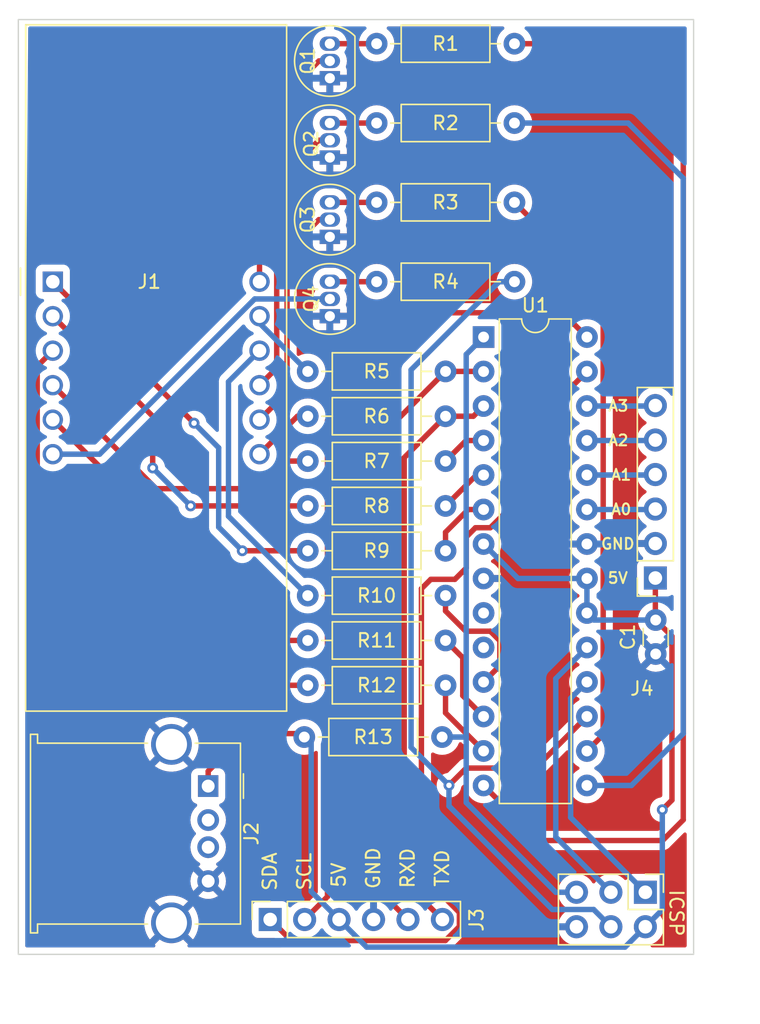
<source format=kicad_pcb>
(kicad_pcb (version 20211014) (generator pcbnew)
  (layers (0 "F.Cu" signal) (31 "B.Cu" signal) (34 "B.Paste" user) (35 "F.Paste" user) (36 "B.SilkS" user "B.Silkscreen") (37 "F.SilkS" user "F.Silkscreen") (38 "B.Mask" user) (39 "F.Mask" user) (44 "Edge.Cuts" user))
  (net 0 "")
  (net 1 "GND")
  (net 2 "+5V")
  (net 3 "7SEG-E")
  (net 4 "7SEG-D")
  (net 5 "7SEG-DP")
  (net 6 "7SEG-C")
  (net 7 "7SEG-G")
  (net 8 "7SEG-D4")
  (net 9 "7SEG-B")
  (net 10 "7SEG-D3")
  (net 11 "7SEG-D2")
  (net 12 "7SEG-F")
  (net 13 "7SEG-A")
  (net 14 "7SEG-D1")
  (net 17 "SDA")
  (net 18 "SCK")
  (net 19 "RXD")
  (net 20 "TXD")
  (net 21 "AD0")
  (net 22 "MISO")
  (net 23 "MOSI")
  (net 24 "RST")
  (net 25 "Net-(Q1-Pad3)")
  (net 26 "Net-(Q2-Pad3)")
  (net 27 "Net-(Q3-Pad3)")
  (net 28 "Net-(Q4-Pad3)")
  (net 29 "Net-(R1-Pad1)")
  (net 30 "Net-(R2-Pad1)")
  (net 31 "Net-(R3-Pad1)")
  (net 32 "Net-(R7-Pad1)")
  (net 33 "Net-(R8-Pad1)")
  (net 34 "Net-(R9-Pad1)")
  (net 35 "Net-(R10-Pad1)")
  (net 36 "Net-(R11-Pad1)")
  (net 37 "Net-(R12-Pad1)")
  (net 40 "SCL")
  (net 41 "AD1")
  (net 42 "AD2")
  (net 43 "AD3")
  (footprint "Resistor_THT:R_Axial_DIN0207_L6.3mm_D2.5mm_P10.16mm_Horizontal" (layer "F.Cu") (at 65.278 78.232 180)
    (fp_text reference "R13" (at 5.08 0) (layer "F.SilkS"))
    (fp_text value "10k")
    (fp_line (start 9.12 0) (end 8.35 0) (layer "F.SilkS") (width 0.12))
    (fp_line (start 8.35 -1.37) (end 1.81 -1.37) (layer "F.SilkS") (width 0.12))
    (fp_line (start 1.81 1.37) (end 8.35 1.37) (layer "F.SilkS") (width 0.12))
    (fp_line (start 8.35 1.37) (end 8.35 -1.37) (layer "F.SilkS") (width 0.12))
    (fp_line (start 1.81 -1.37) (end 1.81 1.37) (layer "F.SilkS") (width 0.12))
    (fp_line (start 1.04 0) (end 1.81 0) (layer "F.SilkS") (width 0.12))
    (pad "1" thru_hole circle (at 0 0 180) (size 1.6 1.6) (drill 0.8) (layers *.Cu *.Mask) (net 24 "RST"))
    (pad "2" thru_hole oval (at 10.16 0 180) (size 1.6 1.6) (drill 0.8) (layers *.Cu *.Mask) (net 2 "+5V"))
  )
  (footprint "Resistor_THT:R_Axial_DIN0207_L6.3mm_D2.5mm_P10.16mm_Horizontal" (layer "F.Cu") (at 65.532 54.61 180)
    (fp_text reference "R6" (at 5.08 0) (layer "F.SilkS"))
    (fp_text value "10k")
    (fp_line (start 8.35 -1.37) (end 1.81 -1.37) (layer "F.SilkS") (width 0.12))
    (fp_line (start 8.35 1.37) (end 8.35 -1.37) (layer "F.SilkS") (width 0.12))
    (fp_line (start 1.81 -1.37) (end 1.81 1.37) (layer "F.SilkS") (width 0.12))
    (fp_line (start 1.81 1.37) (end 8.35 1.37) (layer "F.SilkS") (width 0.12))
    (fp_line (start 9.12 0) (end 8.35 0) (layer "F.SilkS") (width 0.12))
    (fp_line (start 1.04 0) (end 1.81 0) (layer "F.SilkS") (width 0.12))
    (pad "1" thru_hole circle (at 0 0 180) (size 1.6 1.6) (drill 0.8) (layers *.Cu *.Mask) (net 20 "TXD"))
    (pad "2" thru_hole oval (at 10.16 0 180) (size 1.6 1.6) (drill 0.8) (layers *.Cu *.Mask) (net 9 "7SEG-B"))
  )
  (footprint "Package_TO_SOT_THT:TO-92_Inline" (layer "F.Cu") (at 57.002 29.718 90)
    (fp_text reference "Q1" (at 1.27 -1.63 90) (layer "F.SilkS"))
    (fp_text value "2SC1815")
    (fp_line (start -0.53 1.85) (end 3.07 1.85) (layer "F.SilkS") (width 0.12))
    (fp_arc (start 1.27 -2.6) (mid 3.672087 -0.994977) (end 3.108478 1.838478) (layer "F.SilkS") (width 0.12))
    (fp_arc (start -0.568478 1.838478) (mid -1.132087 -0.994977) (end 1.27 -2.6) (layer "F.SilkS") (width 0.12))
    (pad "1" thru_hole rect (at 0 0 90) (size 1.05 1.5) (drill 0.75) (layers *.Cu *.Mask) (net 1 "GND"))
    (pad "2" thru_hole oval (at 1.27 0 90) (size 1.05 1.5) (drill 0.75) (layers *.Cu *.Mask) (net 14 "7SEG-D1"))
    (pad "3" thru_hole oval (at 2.54 0 90) (size 1.05 1.5) (drill 0.75) (layers *.Cu *.Mask) (net 25 "Net-(Q1-Pad3)"))
  )
  (footprint "Resistor_THT:R_Axial_DIN0207_L6.3mm_D2.5mm_P10.16mm_Horizontal" (layer "F.Cu") (at 65.532 57.912 180)
    (fp_text reference "R7" (at 5.08 0) (layer "F.SilkS"))
    (fp_text value "10k")
    (fp_line (start 8.35 -1.37) (end 1.81 -1.37) (layer "F.SilkS") (width 0.12))
    (fp_line (start 1.81 1.37) (end 8.35 1.37) (layer "F.SilkS") (width 0.12))
    (fp_line (start 1.81 -1.37) (end 1.81 1.37) (layer "F.SilkS") (width 0.12))
    (fp_line (start 8.35 1.37) (end 8.35 -1.37) (layer "F.SilkS") (width 0.12))
    (fp_line (start 9.12 0) (end 8.35 0) (layer "F.SilkS") (width 0.12))
    (fp_line (start 1.04 0) (end 1.81 0) (layer "F.SilkS") (width 0.12))
    (pad "1" thru_hole circle (at 0 0 180) (size 1.6 1.6) (drill 0.8) (layers *.Cu *.Mask) (net 32 "Net-(R7-Pad1)"))
    (pad "2" thru_hole oval (at 10.16 0 180) (size 1.6 1.6) (drill 0.8) (layers *.Cu *.Mask) (net 6 "7SEG-C"))
  )
  (footprint "Package_TO_SOT_THT:TO-92_Inline" (layer "F.Cu") (at 57.002 41.402 90)
    (fp_text reference "Q3" (at 1.27 -1.63 90) (layer "F.SilkS"))
    (fp_text value "2SC1815")
    (fp_line (start -0.53 1.85) (end 3.07 1.85) (layer "F.SilkS") (width 0.12))
    (fp_arc (start -0.568478 1.838478) (mid -1.132087 -0.994977) (end 1.27 -2.6) (layer "F.SilkS") (width 0.12))
    (fp_arc (start 1.27 -2.6) (mid 3.672087 -0.994977) (end 3.108478 1.838478) (layer "F.SilkS") (width 0.12))
    (pad "1" thru_hole rect (at 0 0 90) (size 1.05 1.5) (drill 0.75) (layers *.Cu *.Mask) (net 1 "GND"))
    (pad "2" thru_hole oval (at 1.27 0 90) (size 1.05 1.5) (drill 0.75) (layers *.Cu *.Mask) (net 10 "7SEG-D3"))
    (pad "3" thru_hole oval (at 2.54 0 90) (size 1.05 1.5) (drill 0.75) (layers *.Cu *.Mask) (net 27 "Net-(Q3-Pad3)"))
  )
  (footprint "Resistor_THT:R_Axial_DIN0207_L6.3mm_D2.5mm_P10.16mm_Horizontal" (layer "F.Cu") (at 65.532 61.214 180)
    (fp_text reference "R8" (at 5.08 0) (layer "F.SilkS"))
    (fp_text value "10k")
    (fp_line (start 8.35 -1.37) (end 1.81 -1.37) (layer "F.SilkS") (width 0.12))
    (fp_line (start 1.81 -1.37) (end 1.81 1.37) (layer "F.SilkS") (width 0.12))
    (fp_line (start 1.04 0) (end 1.81 0) (layer "F.SilkS") (width 0.12))
    (fp_line (start 9.12 0) (end 8.35 0) (layer "F.SilkS") (width 0.12))
    (fp_line (start 8.35 1.37) (end 8.35 -1.37) (layer "F.SilkS") (width 0.12))
    (fp_line (start 1.81 1.37) (end 8.35 1.37) (layer "F.SilkS") (width 0.12))
    (pad "1" thru_hole circle (at 0 0 180) (size 1.6 1.6) (drill 0.8) (layers *.Cu *.Mask) (net 33 "Net-(R8-Pad1)"))
    (pad "2" thru_hole oval (at 10.16 0 180) (size 1.6 1.6) (drill 0.8) (layers *.Cu *.Mask) (net 4 "7SEG-D"))
  )
  (footprint "Resistor_THT:R_Axial_DIN0207_L6.3mm_D2.5mm_P10.16mm_Horizontal" (layer "F.Cu") (at 65.532 64.516 180)
    (fp_text reference "R9" (at 5.08 0) (layer "F.SilkS"))
    (fp_text value "10k")
    (fp_line (start 8.35 1.37) (end 8.35 -1.37) (layer "F.SilkS") (width 0.12))
    (fp_line (start 8.35 -1.37) (end 1.81 -1.37) (layer "F.SilkS") (width 0.12))
    (fp_line (start 9.12 0) (end 8.35 0) (layer "F.SilkS") (width 0.12))
    (fp_line (start 1.81 -1.37) (end 1.81 1.37) (layer "F.SilkS") (width 0.12))
    (fp_line (start 1.04 0) (end 1.81 0) (layer "F.SilkS") (width 0.12))
    (fp_line (start 1.81 1.37) (end 8.35 1.37) (layer "F.SilkS") (width 0.12))
    (pad "1" thru_hole circle (at 0 0 180) (size 1.6 1.6) (drill 0.8) (layers *.Cu *.Mask) (net 34 "Net-(R9-Pad1)"))
    (pad "2" thru_hole oval (at 10.16 0 180) (size 1.6 1.6) (drill 0.8) (layers *.Cu *.Mask) (net 3 "7SEG-E"))
  )
  (footprint "Resistor_THT:R_Axial_DIN0207_L6.3mm_D2.5mm_P10.16mm_Horizontal" (layer "F.Cu") (at 70.612 38.862 180)
    (fp_text reference "R3" (at 5.08 0) (layer "F.SilkS"))
    (fp_text value "10k")
    (fp_line (start 1.81 1.37) (end 8.35 1.37) (layer "F.SilkS") (width 0.12))
    (fp_line (start 9.12 0) (end 8.35 0) (layer "F.SilkS") (width 0.12))
    (fp_line (start 8.35 1.37) (end 8.35 -1.37) (layer "F.SilkS") (width 0.12))
    (fp_line (start 1.81 -1.37) (end 1.81 1.37) (layer "F.SilkS") (width 0.12))
    (fp_line (start 8.35 -1.37) (end 1.81 -1.37) (layer "F.SilkS") (width 0.12))
    (fp_line (start 1.04 0) (end 1.81 0) (layer "F.SilkS") (width 0.12))
    (pad "1" thru_hole circle (at 0 0 180) (size 1.6 1.6) (drill 0.8) (layers *.Cu *.Mask) (net 31 "Net-(R3-Pad1)"))
    (pad "2" thru_hole oval (at 10.16 0 180) (size 1.6 1.6) (drill 0.8) (layers *.Cu *.Mask) (net 27 "Net-(Q3-Pad3)"))
  )
  (footprint "Resistor_THT:R_Axial_DIN0207_L6.3mm_D2.5mm_P10.16mm_Horizontal" (layer "F.Cu") (at 65.532 67.818 180)
    (fp_text reference "R10" (at 5.08 0) (layer "F.SilkS"))
    (fp_text value "10k")
    (fp_line (start 8.35 1.37) (end 8.35 -1.37) (layer "F.SilkS") (width 0.12))
    (fp_line (start 8.35 -1.37) (end 1.81 -1.37) (layer "F.SilkS") (width 0.12))
    (fp_line (start 9.12 0) (end 8.35 0) (layer "F.SilkS") (width 0.12))
    (fp_line (start 1.81 1.37) (end 8.35 1.37) (layer "F.SilkS") (width 0.12))
    (fp_line (start 1.04 0) (end 1.81 0) (layer "F.SilkS") (width 0.12))
    (fp_line (start 1.81 -1.37) (end 1.81 1.37) (layer "F.SilkS") (width 0.12))
    (pad "1" thru_hole circle (at 0 0 180) (size 1.6 1.6) (drill 0.8) (layers *.Cu *.Mask) (net 35 "Net-(R10-Pad1)"))
    (pad "2" thru_hole oval (at 10.16 0 180) (size 1.6 1.6) (drill 0.8) (layers *.Cu *.Mask) (net 12 "7SEG-F"))
  )
  (footprint "Package_TO_SOT_THT:TO-92_Inline" (layer "F.Cu") (at 57.002 47.244 90)
    (fp_text reference "Q4" (at 1.27 -1.376 90) (layer "F.SilkS"))
    (fp_text value "2SC1815")
    (fp_line (start -0.53 1.85) (end 3.07 1.85) (layer "F.SilkS") (width 0.12))
    (fp_arc (start 1.27 -2.6) (mid 3.672087 -0.994977) (end 3.108478 1.838478) (layer "F.SilkS") (width 0.12))
    (fp_arc (start -0.568478 1.838478) (mid -1.132087 -0.994977) (end 1.27 -2.6) (layer "F.SilkS") (width 0.12))
    (pad "1" thru_hole rect (at 0 0 90) (size 1.05 1.5) (drill 0.75) (layers *.Cu *.Mask) (net 1 "GND"))
    (pad "2" thru_hole oval (at 1.27 0 90) (size 1.05 1.5) (drill 0.75) (layers *.Cu *.Mask) (net 8 "7SEG-D4"))
    (pad "3" thru_hole oval (at 2.54 0 90) (size 1.05 1.5) (drill 0.75) (layers *.Cu *.Mask) (net 28 "Net-(Q4-Pad3)"))
  )
  (footprint "Package_DIP:DIP-28_W7.62mm" (layer "F.Cu") (at 68.336 48.778)
    (fp_text reference "U1" (at 3.81 -2.33) (layer "F.SilkS"))
    (fp_text value "ATmega328P-P")
    (fp_line (start 1.16 -1.33) (end 1.16 34.35) (layer "F.SilkS") (width 0.12))
    (fp_line (start 6.46 34.35) (end 6.46 -1.33) (layer "F.SilkS") (width 0.12))
    (fp_line (start 6.46 -1.33) (end 4.81 -1.33) (layer "F.SilkS") (width 0.12))
    (fp_line (start 1.16 34.35) (end 6.46 34.35) (layer "F.SilkS") (width 0.12))
    (fp_line (start 2.81 -1.33) (end 1.16 -1.33) (layer "F.SilkS") (width 0.12))
    (fp_arc (start 4.81 -1.33) (mid 3.81 -0.33) (end 2.81 -1.33) (layer "F.SilkS") (width 0.12))
    (pad "1" thru_hole rect (at 0 0) (size 1.6 1.6) (drill 0.8) (layers *.Cu *.Mask) (net 24 "RST"))
    (pad "2" thru_hole oval (at 0 2.54) (size 1.6 1.6) (drill 0.8) (layers *.Cu *.Mask) (net 19 "RXD"))
    (pad "3" thru_hole oval (at 0 5.08) (size 1.6 1.6) (drill 0.8) (layers *.Cu *.Mask) (net 20 "TXD"))
    (pad "4" thru_hole oval (at 0 7.62) (size 1.6 1.6) (drill 0.8) (layers *.Cu *.Mask) (net 32 "Net-(R7-Pad1)"))
    (pad "5" thru_hole oval (at 0 10.16) (size 1.6 1.6) (drill 0.8) (layers *.Cu *.Mask) (net 33 "Net-(R8-Pad1)"))
    (pad "6" thru_hole oval (at 0 12.7) (size 1.6 1.6) (drill 0.8) (layers *.Cu *.Mask) (net 34 "Net-(R9-Pad1)"))
    (pad "7" thru_hole oval (at 0 15.24) (size 1.6 1.6) (drill 0.8) (layers *.Cu *.Mask) (net 2 "+5V"))
    (pad "8" thru_hole oval (at 0 17.78) (size 1.6 1.6) (drill 0.8) (layers *.Cu *.Mask) (net 1 "GND"))
    (pad "9" thru_hole oval (at 0 20.32) (size 1.6 1.6) (drill 0.8) (layers *.Cu *.Mask))
    (pad "10" thru_hole oval (at 0 22.86) (size 1.6 1.6) (drill 0.8) (layers *.Cu *.Mask))
    (pad "11" thru_hole oval (at 0 25.4) (size 1.6 1.6) (drill 0.8) (layers *.Cu *.Mask) (net 35 "Net-(R10-Pad1)"))
    (pad "12" thru_hole oval (at 0 27.94) (size 1.6 1.6) (drill 0.8) (layers *.Cu *.Mask) (net 36 "Net-(R11-Pad1)"))
    (pad "13" thru_hole oval (at 0 30.48) (size 1.6 1.6) (drill 0.8) (layers *.Cu *.Mask) (net 37 "Net-(R12-Pad1)"))
    (pad "14" thru_hole oval (at 0 33.02) (size 1.6 1.6) (drill 0.8) (layers *.Cu *.Mask) (net 29 "Net-(R1-Pad1)"))
    (pad "15" thru_hole oval (at 7.62 33.02) (size 1.6 1.6) (drill 0.8) (layers *.Cu *.Mask) (net 30 "Net-(R2-Pad1)"))
    (pad "16" thru_hole oval (at 7.62 30.48) (size 1.6 1.6) (drill 0.8) (layers *.Cu *.Mask) (net 31 "Net-(R3-Pad1)"))
    (pad "17" thru_hole oval (at 7.62 27.94) (size 1.6 1.6) (drill 0.8) (layers *.Cu *.Mask) (net 23 "MOSI"))
    (pad "18" thru_hole oval (at 7.62 25.4) (size 1.6 1.6) (drill 0.8) (layers *.Cu *.Mask) (net 22 "MISO"))
    (pad "19" thru_hole oval (at 7.62 22.86) (size 1.6 1.6) (drill 0.8) (layers *.Cu *.Mask) (net 18 "SCK"))
    (pad "20" thru_hole oval (at 7.62 20.32) (size 1.6 1.6) (drill 0.8) (layers *.Cu *.Mask) (net 2 "+5V"))
    (pad "21" thru_hole oval (at 7.62 17.78) (size 1.6 1.6) (drill 0.8) (layers *.Cu *.Mask) (net 2 "+5V"))
    (pad "22" thru_hole oval (at 7.62 15.24) (size 1.6 1.6) (drill 0.8) (layers *.Cu *.Mask) (net 1 "GND"))
    (pad "23" thru_hole oval (at 7.62 12.7) (size 1.6 1.6) (drill 0.8) (layers *.Cu *.Mask) (net 21 "AD0"))
    (pad "24" thru_hole oval (at 7.62 10.16) (size 1.6 1.6) (drill 0.8) (layers *.Cu *.Mask) (net 41 "AD1"))
    (pad "25" thru_hole oval (at 7.62 7.62) (size 1.6 1.6) (drill 0.8) (layers *.Cu *.Mask) (net 42 "AD2"))
    (pad "26" thru_hole oval (at 7.62 5.08) (size 1.6 1.6) (drill 0.8) (layers *.Cu *.Mask) (net 43 "AD3"))
    (pad "27" thru_hole oval (at 7.62 2.54) (size 1.6 1.6) (drill 0.8) (layers *.Cu *.Mask) (net 17 "SDA"))
    (pad "28" thru_hole oval (at 7.62 0) (size 1.6 1.6) (drill 0.8) (layers *.Cu *.Mask) (net 40 "SCL"))
  )
  (footprint "Resistor_THT:R_Axial_DIN0207_L6.3mm_D2.5mm_P10.16mm_Horizontal" (layer "F.Cu") (at 70.612 44.704 180)
    (fp_text reference "R4" (at 5.08 0) (layer "F.SilkS"))
    (fp_text value "10k")
    (fp_line (start 1.81 -1.37) (end 1.81 1.37) (layer "F.SilkS") (width 0.12))
    (fp_line (start 8.35 1.37) (end 8.35 -1.37) (layer "F.SilkS") (width 0.12))
    (fp_line (start 9.12 0) (end 8.35 0) (layer "F.SilkS") (width 0.12))
    (fp_line (start 8.35 -1.37) (end 1.81 -1.37) (layer "F.SilkS") (width 0.12))
    (fp_line (start 1.81 1.37) (end 8.35 1.37) (layer "F.SilkS") (width 0.12))
    (fp_line (start 1.04 0) (end 1.81 0) (layer "F.SilkS") (width 0.12))
    (pad "1" thru_hole circle (at 0 0 180) (size 1.6 1.6) (drill 0.8) (layers *.Cu *.Mask) (net 23 "MOSI"))
    (pad "2" thru_hole oval (at 10.16 0 180) (size 1.6 1.6) (drill 0.8) (layers *.Cu *.Mask) (net 28 "Net-(Q4-Pad3)"))
  )
  (footprint "Package_TO_SOT_THT:TO-92_Inline" (layer "F.Cu") (at 57.002 35.56 90)
    (fp_text reference "Q2" (at 1.016 -1.376 90) (layer "F.SilkS"))
    (fp_text value "2SC1815")
    (fp_line (start -0.53 1.85) (end 3.07 1.85) (layer "F.SilkS") (width 0.12))
    (fp_arc (start -0.568478 1.838478) (mid -1.132087 -0.994977) (end 1.27 -2.6) (layer "F.SilkS") (width 0.12))
    (fp_arc (start 1.27 -2.6) (mid 3.672087 -0.994977) (end 3.108478 1.838478) (layer "F.SilkS") (width 0.12))
    (pad "1" thru_hole rect (at 0 0 90) (size 1.05 1.5) (drill 0.75) (layers *.Cu *.Mask) (net 1 "GND"))
    (pad "2" thru_hole oval (at 1.27 0 90) (size 1.05 1.5) (drill 0.75) (layers *.Cu *.Mask) (net 11 "7SEG-D2"))
    (pad "3" thru_hole oval (at 2.54 0 90) (size 1.05 1.5) (drill 0.75) (layers *.Cu *.Mask) (net 26 "Net-(Q2-Pad3)"))
  )
  (footprint "Resistor_THT:R_Axial_DIN0207_L6.3mm_D2.5mm_P10.16mm_Horizontal" (layer "F.Cu") (at 65.532 51.308 180)
    (fp_text reference "R5" (at 5.08 0) (layer "F.SilkS"))
    (fp_text value "10k")
    (fp_line (start 1.81 -1.37) (end 1.81 1.37) (layer "F.SilkS") (width 0.12))
    (fp_line (start 8.35 -1.37) (end 1.81 -1.37) (layer "F.SilkS") (width 0.12))
    (fp_line (start 8.35 1.37) (end 8.35 -1.37) (layer "F.SilkS") (width 0.12))
    (fp_line (start 9.12 0) (end 8.35 0) (layer "F.SilkS") (width 0.12))
    (fp_line (start 1.81 1.37) (end 8.35 1.37) (layer "F.SilkS") (width 0.12))
    (fp_line (start 1.04 0) (end 1.81 0) (layer "F.SilkS") (width 0.12))
    (pad "1" thru_hole circle (at 0 0 180) (size 1.6 1.6) (drill 0.8) (layers *.Cu *.Mask) (net 19 "RXD"))
    (pad "2" thru_hole oval (at 10.16 0 180) (size 1.6 1.6) (drill 0.8) (layers *.Cu *.Mask) (net 13 "7SEG-A"))
  )
  (footprint "Connector_PinHeader_2.54mm:PinHeader_2x03_P2.54mm_Vertical" (layer "F.Cu") (at 80.264 89.662 -90)
    (fp_text reference "J5" hide)
    (fp_text value "ICSP")
    (fp_line (start -1.33 1.27) (end 1.27 1.27) (layer "F.SilkS") (width 0.12))
    (fp_line (start -1.33 1.27) (end -1.33 6.41) (layer "F.SilkS") (width 0.12))
    (fp_line (start 3.87 -1.33) (end 3.87 6.41) (layer "F.SilkS") (width 0.12))
    (fp_line (start -1.33 6.41) (end 3.87 6.41) (layer "F.SilkS") (width 0.12))
    (fp_line (start -1.33 0) (end -1.33 -1.33) (layer "F.SilkS") (width 0.12))
    (fp_line (start 1.27 -1.33) (end 3.87 -1.33) (layer "F.SilkS") (width 0.12))
    (fp_line (start -1.33 -1.33) (end 0 -1.33) (layer "F.SilkS") (width 0.12))
    (fp_line (start 1.27 1.27) (end 1.27 -1.33) (layer "F.SilkS") (width 0.12))
    (pad "1" thru_hole rect (at 0 0 270) (size 1.7 1.7) (drill 1) (layers *.Cu *.Mask) (net 22 "MISO"))
    (pad "2" thru_hole oval (at 2.54 0 270) (size 1.7 1.7) (drill 1) (layers *.Cu *.Mask) (net 2 "+5V"))
    (pad "3" thru_hole oval (at 0 2.54 270) (size 1.7 1.7) (drill 1) (layers *.Cu *.Mask) (net 18 "SCK"))
    (pad "4" thru_hole oval (at 2.54 2.54 270) (size 1.7 1.7) (drill 1) (layers *.Cu *.Mask) (net 23 "MOSI"))
    (pad "5" thru_hole oval (at 0 5.08 270) (size 1.7 1.7) (drill 1) (layers *.Cu *.Mask) (net 24 "RST"))
    (pad "6" thru_hole oval (at 2.54 5.08 270) (size 1.7 1.7) (drill 1) (layers *.Cu *.Mask) (net 1 "GND"))
  )
  (footprint "Connector_PinSocket_2.54mm:PinSocket_1x06_P2.54mm_Vertical" (layer "F.Cu") (at 52.603 91.669 90)
    (fp_text reference "J3" (at -0.025 15.215 90) (layer "F.SilkS"))
    (fp_text value "Conn_01x06_Female")
    (fp_line (start -1.33 1.27) (end -1.33 14.03) (layer "F.SilkS") (width 0.12))
    (fp_line (start -1.33 14.03) (end 1.33 14.03) (layer "F.SilkS") (width 0.12))
    (fp_line (start 0 -1.33) (end 1.33 -1.33) (layer "F.SilkS") (width 0.12))
    (fp_line (start 1.33 -1.33) (end 1.33 0) (layer "F.SilkS") (width 0.12))
    (fp_line (start 1.33 1.27) (end 1.33 14.03) (layer "F.SilkS") (width 0.12))
    (fp_line (start -1.33 1.27) (end 1.33 1.27) (layer "F.SilkS") (width 0.12))
    (pad "1" thru_hole rect (at 0 0 90) (size 1.7 1.7) (drill 1) (layers *.Cu *.Mask) (net 17 "SDA"))
    (pad "2" thru_hole oval (at 0 2.54 90) (size 1.7 1.7) (drill 1) (layers *.Cu *.Mask) (net 40 "SCL"))
    (pad "3" thru_hole oval (at 0 5.08 90) (size 1.7 1.7) (drill 1) (layers *.Cu *.Mask) (net 2 "+5V"))
    (pad "4" thru_hole oval (at 0 7.62 90) (size 1.7 1.7) (drill 1) (layers *.Cu *.Mask) (net 1 "GND"))
    (pad "5" thru_hole oval (at 0 10.16 90) (size 1.7 1.7) (drill 1) (layers *.Cu *.Mask) (net 19 "RXD"))
    (pad "6" thru_hole oval (at 0 12.7 90) (size 1.7 1.7) (drill 1) (layers *.Cu *.Mask) (net 20 "TXD"))
  )
  (footprint "Connector_USB:USB_A_Molex_67643_Horizontal" (layer "F.Cu") (at 48.032 81.844 -90)
    (fp_text reference "J2" (at 3.5 -3.19 90) (layer "F.SilkS"))
    (fp_text value "USB_A")
    (fp_line (start 10.81 13.1) (end 10.81 12.58) (layer "F.SilkS") (width 0.12))
    (fp_line (start -3.81 13.1) (end 10.81 13.1) (layer "F.SilkS") (width 0.12))
    (fp_line (start 10.16 4.47) (end 10.16 12.58) (layer "F.SilkS") (width 0.12))
    (fp_line (start 10.16 -2.38) (end 10.16 0.95) (layer "F.SilkS") (width 0.12))
    (fp_line (start -3.81 12.58) (end -3.81 13.1) (layer "F.SilkS") (width 0.12))
    (fp_line (start -3.16 -2.38) (end -3.16 0.95) (layer "F.SilkS") (width 0.12))
    (fp_line (start -3.16 12.58) (end -3.16 4.47) (layer "F.SilkS") (width 0.12))
    (fp_line (start -3.16 -2.38) (end 10.16 -2.38) (layer "F.SilkS") (width 0.12))
    (fp_line (start 10.81 12.58) (end 10.16 12.58) (layer "F.SilkS") (width 0.12))
    (fp_line (start -0.9 -2.6) (end 0.9 -2.6) (layer "F.SilkS") (width 0.12))
    (fp_line (start -3.16 12.58) (end -3.81 12.58) (layer "F.SilkS") (width 0.12))
    (pad "1" thru_hole rect (at 0 0 270) (size 1.6 1.5) (drill 0.95) (layers *.Cu *.Mask) (net 2 "+5V"))
    (pad "2" thru_hole circle (at 2.5 0 270) (size 1.6 1.6) (drill 0.95) (layers *.Cu *.Mask))
    (pad "3" thru_hole circle (at 4.5 0 270) (size 1.6 1.6) (drill 0.95) (layers *.Cu *.Mask))
    (pad "4" thru_hole circle (at 7 0 270) (size 1.6 1.6) (drill 0.95) (layers *.Cu *.Mask) (net 1 "GND"))
    (pad "5" thru_hole circle (at 10.07 2.71 270) (size 3 3) (drill 2.3) (layers *.Cu *.Mask) (net 1 "GND"))
    (pad "5" thru_hole circle (at -3.07 2.71 270) (size 3 3) (drill 2.3) (layers *.Cu *.Mask) (net 1 "GND"))
  )
  (footprint "Connector_PinSocket_2.54mm:PinSocket_1x06_P2.54mm_Vertical" (layer "F.Cu") (at 81.001 66.523 180)
    (fp_text reference "J4" (at 0.991 -8.143 180) (layer "F.SilkS"))
    (fp_text value "Conn_01x06_Female")
    (fp_line (start -1.33 14.03) (end 1.33 14.03) (layer "F.SilkS") (width 0.12))
    (fp_line (start 1.33 -1.33) (end 1.33 0) (layer "F.SilkS") (width 0.12))
    (fp_line (start 1.33 1.27) (end 1.33 14.03) (layer "F.SilkS") (width 0.12))
    (fp_line (start 0 -1.33) (end 1.33 -1.33) (layer "F.SilkS") (width 0.12))
    (fp_line (start -1.33 1.27) (end -1.33 14.03) (layer "F.SilkS") (width 0.12))
    (fp_line (start -1.33 1.27) (end 1.33 1.27) (layer "F.SilkS") (width 0.12))
    (pad "1" thru_hole rect (at 0 0 180) (size 1.7 1.7) (drill 1) (layers *.Cu *.Mask) (net 2 "+5V"))
    (pad "2" thru_hole oval (at 0 2.54 180) (size 1.7 1.7) (drill 1) (layers *.Cu *.Mask) (net 1 "GND"))
    (pad "3" thru_hole oval (at 0 5.08 180) (size 1.7 1.7) (drill 1) (layers *.Cu *.Mask) (net 21 "AD0"))
    (pad "4" thru_hole oval (at 0 7.62 180) (size 1.7 1.7) (drill 1) (layers *.Cu *.Mask) (net 41 "AD1"))
    (pad "5" thru_hole oval (at 0 10.16 180) (size 1.7 1.7) (drill 1) (layers *.Cu *.Mask) (net 42 "AD2"))
    (pad "6" thru_hole oval (at 0 12.7 180) (size 1.7 1.7) (drill 1) (layers *.Cu *.Mask) (net 43 "AD3"))
  )
  (footprint "Resistor_THT:R_Axial_DIN0207_L6.3mm_D2.5mm_P10.16mm_Horizontal" (layer "F.Cu") (at 65.532 74.422 180)
    (fp_text reference "R12" (at 5.08 0) (layer "F.SilkS"))
    (fp_text value "10k")
    (fp_line (start 9.12 0) (end 8.35 0) (layer "F.SilkS") (width 0.12))
    (fp_line (start 8.35 1.37) (end 8.35 -1.37) (layer "F.SilkS") (width 0.12))
    (fp_line (start 1.81 -1.37) (end 1.81 1.37) (layer "F.SilkS") (width 0.12))
    (fp_line (start 8.35 -1.37) (end 1.81 -1.37) (layer "F.SilkS") (width 0.12))
    (fp_line (start 1.81 1.37) (end 8.35 1.37) (layer "F.SilkS") (width 0.12))
    (fp_line (start 1.04 0) (end 1.81 0) (layer "F.SilkS") (width 0.12))
    (pad "1" thru_hole circle (at 0 0 180) (size 1.6 1.6) (drill 0.8) (layers *.Cu *.Mask) (net 37 "Net-(R12-Pad1)"))
    (pad "2" thru_hole oval (at 10.16 0 180) (size 1.6 1.6) (drill 0.8) (layers *.Cu *.Mask) (net 5 "7SEG-DP"))
  )
  (footprint "Resistor_THT:R_Axial_DIN0207_L6.3mm_D2.5mm_P10.16mm_Horizontal" (layer "F.Cu") (at 70.612 33.02 180)
    (fp_text reference "R2" (at 5.08 0) (layer "F.SilkS"))
    (fp_text value "10k")
    (fp_line (start 8.35 1.37) (end 8.35 -1.37) (layer "F.SilkS") (width 0.12))
    (fp_line (start 9.12 0) (end 8.35 0) (layer "F.SilkS") (width 0.12))
    (fp_line (start 8.35 -1.37) (end 1.81 -1.37) (layer "F.SilkS") (width 0.12))
    (fp_line (start 1.81 -1.37) (end 1.81 1.37) (layer "F.SilkS") (width 0.12))
    (fp_line (start 1.81 1.37) (end 8.35 1.37) (layer "F.SilkS") (width 0.12))
    (fp_line (start 1.04 0) (end 1.81 0) (layer "F.SilkS") (width 0.12))
    (pad "1" thru_hole circle (at 0 0 180) (size 1.6 1.6) (drill 0.8) (layers *.Cu *.Mask) (net 30 "Net-(R2-Pad1)"))
    (pad "2" thru_hole oval (at 10.16 0 180) (size 1.6 1.6) (drill 0.8) (layers *.Cu *.Mask) (net 26 "Net-(Q2-Pad3)"))
  )
  (footprint "Resistor_THT:R_Axial_DIN0207_L6.3mm_D2.5mm_P10.16mm_Horizontal" (layer "F.Cu") (at 70.612 27.178 180)
    (fp_text reference "R1" (at 5.08 0) (layer "F.SilkS"))
    (fp_text value "10k")
    (fp_line (start 1.81 -1.37) (end 1.81 1.37) (layer "F.SilkS") (width 0.12))
    (fp_line (start 8.35 -1.37) (end 1.81 -1.37) (layer "F.SilkS") (width 0.12))
    (fp_line (start 9.12 0) (end 8.35 0) (layer "F.SilkS") (width 0.12))
    (fp_line (start 1.04 0) (end 1.81 0) (layer "F.SilkS") (width 0.12))
    (fp_line (start 1.81 1.37) (end 8.35 1.37) (layer "F.SilkS") (width 0.12))
    (fp_line (start 8.35 1.37) (end 8.35 -1.37) (layer "F.SilkS") (width 0.12))
    (pad "1" thru_hole circle (at 0 0 180) (size 1.6 1.6) (drill 0.8) (layers *.Cu *.Mask) (net 29 "Net-(R1-Pad1)"))
    (pad "2" thru_hole oval (at 10.16 0 180) (size 1.6 1.6) (drill 0.8) (layers *.Cu *.Mask) (net 25 "Net-(Q1-Pad3)"))
  )
  (footprint "Display_7Segment:CA56-12SRWA" (layer "F.Cu") (at 36.576 44.704)
    (fp_text reference "J1" (at 7.112 0) (layer "F.SilkS"))
    (fp_text value "7seg")
    (fp_line (start -2 -18.92) (end -2 31.62) (layer "F.SilkS") (width 0.12))
    (fp_line (start 17.24 31.62) (end 17.24 -18.92) (layer "F.SilkS") (width 0.12))
    (fp_line (start -2 31.62) (end 17.24 31.62) (layer "F.SilkS") (width 0.12))
    (fp_line (start -2.38 -1) (end -2.38 1) (layer "F.SilkS") (width 0.12))
    (fp_line (start -2 -18.92) (end 17.24 -18.92) (layer "F.SilkS") (width 0.12))
    (pad "1" thru_hole rect (at 0 0) (size 1.5 1.5) (drill 1) (layers *.Cu *.Mask) (net 3 "7SEG-E"))
    (pad "2" thru_hole circle (at 0 2.54) (size 1.5 1.5) (drill 1) (layers *.Cu *.Mask) (net 4 "7SEG-D"))
    (pad "3" thru_hole circle (at 0 5.08) (size 1.5 1.5) (drill 1) (layers *.Cu *.Mask) (net 5 "7SEG-DP"))
    (pad "4" thru_hole circle (at 0 7.62) (size 1.5 1.5) (drill 1) (layers *.Cu *.Mask) (net 6 "7SEG-C"))
    (pad "5" thru_hole circle (at 0 10.16) (size 1.5 1.5) (drill 1) (layers *.Cu *.Mask) (net 7 "7SEG-G"))
    (pad "6" thru_hole circle (at 0 12.7) (size 1.5 1.5) (drill 1) (layers *.Cu *.Mask) (net 8 "7SEG-D4"))
    (pad "7" thru_hole circle (at 15.24 12.7) (size 1.5 1.5) (drill 1) (layers *.Cu *.Mask) (net 9 "7SEG-B"))
    (pad "8" thru_hole circle (at 15.24 10.16) (size 1.5 1.5) (drill 1) (layers *.Cu *.Mask) (net 10 "7SEG-D3"))
    (pad "9" thru_hole circle (at 15.24 7.62) (size 1.5 1.5) (drill 1) (layers *.Cu *.Mask) (net 11 "7SEG-D2"))
    (pad "10" thru_hole circle (at 15.24 5.08) (size 1.5 1.5) (drill 1) (layers *.Cu *.Mask) (net 12 "7SEG-F"))
    (pad "11" thru_hole circle (at 15.24 2.54) (size 1.5 1.5) (drill 1) (layers *.Cu *.Mask) (net 13 "7SEG-A"))
    (pad "12" thru_hole circle (at 15.24 0) (size 1.5 1.5) (drill 1) (layers *.Cu *.Mask) (net 14 "7SEG-D1"))
  )
  (footprint "Capacitor_THT:C_Disc_D3.0mm_W1.6mm_P2.50mm" (layer "F.Cu") (at 81.026 72.116 90)
    (fp_text reference "C1" (at 1.25 -2.05 90) (layer "F.SilkS"))
    (fp_text value "C")
    (fp_line (start 0.621 0.92) (end 1.879 0.92) (layer "F.SilkS") (width 0.12))
    (fp_line (start 0.621 -0.92) (end 1.879 -0.92) (layer "F.SilkS") (width 0.12))
    (pad "1" thru_hole circle (at 0 0 90) (size 1.6 1.6) (drill 0.8) (layers *.Cu *.Mask) (net 1 "GND"))
    (pad "2" thru_hole circle (at 2.5 0 90) (size 1.6 1.6) (drill 0.8) (layers *.Cu *.Mask) (net 2 "+5V"))
  )
  (footprint "Resistor_THT:R_Axial_DIN0207_L6.3mm_D2.5mm_P10.16mm_Horizontal" (layer "F.Cu") (at 65.532 71.12 180)
    (fp_text reference "R11" (at 5.08 0) (layer "F.SilkS"))
    (fp_text value "10k")
    (fp_line (start 9.12 0) (end 8.35 0) (layer "F.SilkS") (width 0.12))
    (fp_line (start 1.81 -1.37) (end 1.81 1.37) (layer "F.SilkS") (width 0.12))
    (fp_line (start 8.35 -1.37) (end 1.81 -1.37) (layer "F.SilkS") (width 0.12))
    (fp_line (start 1.81 1.37) (end 8.35 1.37) (layer "F.SilkS") (width 0.12))
    (fp_line (start 8.35 1.37) (end 8.35 -1.37) (layer "F.SilkS") (width 0.12))
    (fp_line (start 1.04 0) (end 1.81 0) (layer "F.SilkS") (width 0.12))
    (pad "1" thru_hole circle (at 0 0 180) (size 1.6 1.6) (drill 0.8) (layers *.Cu *.Mask) (net 36 "Net-(R11-Pad1)"))
    (pad "2" thru_hole oval (at 10.16 0 180) (size 1.6 1.6) (drill 0.8) (layers *.Cu *.Mask) (net 7 "7SEG-G"))
  )
  (gr_rect (start 34.036 25.4) (end 83.82 94.234) (layer "Edge.Cuts") (width 0.1) (fill none))
  (gr_text "RXD" (at 62.738 87.884 90) (layer "F.SilkS") (effects (font (size 1 1))))
  (gr_text "SCL" (at 55.118 88.138 90) (layer "F.SilkS") (effects (font (size 1 1))))
  (gr_text "5V" (at 57.658 88.392 90) (layer "F.SilkS") (effects (font (size 1 1))))
  (gr_text "A1" (at 78.486 58.928) (layer "F.SilkS") (effects (font (size 0.8 0.8))))
  (gr_text "A3" (at 78.272 53.848) (layer "F.SilkS") (effects (font (size 0.8 0.8))))
  (gr_text "GND" (at 60.198 87.884 90) (layer "F.SilkS") (effects (font (size 1 1))))
  (gr_text "TXD" (at 65.278 87.884 90) (layer "F.SilkS") (effects (font (size 1 1))))
  (gr_text "SDA" (at 52.578 88.138 90) (layer "F.SilkS") (effects (font (size 1 1))))
  (gr_text "A2" (at 78.272 56.388) (layer "F.SilkS") (effects (font (size 0.8 0.8))))
  (gr_text "A0" (at 78.486 61.468) (layer "F.SilkS") (effects (font (size 0.8 0.8))))
  (gr_text "5V" (at 78.232 66.523) (layer "F.SilkS") (effects (font (size 0.8 0.8))))
  (gr_text "ICSP" (at 82.55 91.186 270) (layer "F.SilkS") (effects (font (size 1 1))))
  (gr_text "GND" (at 78.232 64.008) (layer "F.SilkS") (effects (font (size 0.8 0.8))))
  (segment (start 80.458 64.018) (end 80.493 63.983) (width 0.4) (layer "B.Cu") (net 1))
  (segment (start 75.956 64.018) (end 80.966 64.018) (width 0.4) (layer "B.Cu") (net 1))
  (segment (start 80.966 64.018) (end 81.001 63.983) (width 0.4) (layer "B.Cu") (net 1))
  (segment (start 48.032 80.746) (end 50.8 77.978) (width 0.4) (layer "F.Cu") (net 2))
  (segment (start 82.225511 82.874489) (end 82.225511 70.815511) (width 0.4) (layer "F.Cu") (net 2))
  (segment (start 50.8 77.978) (end 55.626 77.978) (width 0.4) (layer "F.Cu") (net 2))
  (segment (start 81.513511 83.586489) (end 82.225511 82.874489) (width 0.4) (layer "F.Cu") (net 2))
  (segment (start 81.001 69.591) (end 81.026 69.616) (width 0.4) (layer "F.Cu") (net 2))
  (segment (start 82.225511 70.815511) (end 81.026 69.616) (width 0.4) (layer "F.Cu") (net 2))
  (segment (start 48.032 81.844) (end 48.032 80.746) (width 0.4) (layer "F.Cu") (net 2))
  (segment (start 81.001 66.523) (end 81.001 69.591) (width 0.4) (layer "F.Cu") (net 2))
  (via (at 81.513511 83.586489) (size 0.8) (drill 0.4) (layers "F.Cu" "B.Cu") (net 2))
  (segment (start 76.474 69.616) (end 75.956 69.098) (width 0.4) (layer "B.Cu") (net 2))
  (segment (start 70.876 66.558) (end 68.336 64.018) (width 0.4) (layer "B.Cu") (net 2))
  (segment (start 75.956 66.558) (end 70.876 66.558) (width 0.4) (layer "B.Cu") (net 2))
  (segment (start 81.026 69.616) (end 76.474 69.616) (width 0.4) (layer "B.Cu") (net 2))
  (segment (start 57.683 91.669) (end 59.714511 93.700511) (width 0.4) (layer "B.Cu") (net 2))
  (segment (start 55.626 89.612) (end 57.683 91.669) (width 0.4) (layer "B.Cu") (net 2))
  (segment (start 81.513511 90.952489) (end 81.513511 83.586489) (width 0.4) (layer "B.Cu") (net 2))
  (segment (start 75.956 69.098) (end 75.956 66.558) (width 0.4) (layer "B.Cu") (net 2))
  (segment (start 80.264 92.202) (end 81.513511 90.952489) (width 0.4) (layer "B.Cu") (net 2))
  (segment (start 55.626 77.978) (end 55.626 89.612) (width 0.4) (layer "B.Cu") (net 2))
  (segment (start 78.765489 93.700511) (end 80.264 92.202) (width 0.4) (layer "B.Cu") (net 2))
  (segment (start 59.714511 93.700511) (end 78.765489 93.700511) (width 0.4) (layer "B.Cu") (net 2))
  (segment (start 50.546 64.516) (end 55.372 64.516) (width 0.4) (layer "F.Cu") (net 3))
  (segment (start 46.99 55.118) (end 36.576 44.704) (width 0.4) (layer "F.Cu") (net 3))
  (via (at 46.99 55.118) (size 0.8) (drill 0.4) (layers "F.Cu" "B.Cu") (net 3))
  (via (at 50.546 64.516) (size 0.8) (drill 0.4) (layers "F.Cu" "B.Cu") (net 3))
  (segment (start 48.805511 62.775511) (end 50.546 64.516) (width 0.4) (layer "B.Cu") (net 3))
  (segment (start 46.99 55.118) (end 48.805511 56.933511) (width 0.4) (layer "B.Cu") (net 3))
  (segment (start 48.805511 56.933511) (end 48.805511 62.775511) (width 0.4) (layer "B.Cu") (net 3))
  (segment (start 43.942 58.42) (end 43.942 54.61) (width 0.4) (layer "F.Cu") (net 4))
  (segment (start 55.372 61.214) (end 46.736 61.214) (width 0.4) (layer "F.Cu") (net 4))
  (segment (start 43.942 54.61) (end 36.576 47.244) (width 0.4) (layer "F.Cu") (net 4))
  (via (at 46.736 61.214) (size 0.8) (drill 0.4) (layers "F.Cu" "B.Cu") (net 4))
  (via (at 43.942 58.42) (size 0.8) (drill 0.4) (layers "F.Cu" "B.Cu") (net 4))
  (segment (start 43.942 58.42) (end 46.736 61.214) (width 0.4) (layer "B.Cu") (net 4))
  (segment (start 36.576 49.784) (end 35.426489 50.933511) (width 0.4) (layer "F.Cu") (net 5))
  (segment (start 48.514 74.422) (end 55.626 74.422) (width 0.4) (layer "F.Cu") (net 5))
  (segment (start 35.426489 61.334489) (end 48.514 74.422) (width 0.4) (layer "F.Cu") (net 5))
  (segment (start 35.426489 50.933511) (end 35.426489 61.334489) (width 0.4) (layer "F.Cu") (net 5))
  (segment (start 44.196 59.944) (end 36.576 52.324) (width 0.4) (layer "F.Cu") (net 6))
  (segment (start 53.848 57.912) (end 51.816 59.944) (width 0.4) (layer "F.Cu") (net 6))
  (segment (start 51.816 59.944) (end 44.196 59.944) (width 0.4) (layer "F.Cu") (net 6))
  (segment (start 55.372 57.912) (end 53.848 57.912) (width 0.4) (layer "F.Cu") (net 6))
  (segment (start 55.372 71.12) (end 52.832 71.12) (width 0.4) (layer "F.Cu") (net 7))
  (segment (start 52.832 71.12) (end 36.576 54.864) (width 0.4) (layer "F.Cu") (net 7))
  (segment (start 40.030345 57.404) (end 36.576 57.404) (width 0.4) (layer "B.Cu") (net 8))
  (segment (start 51.460345 45.974) (end 40.030345 57.404) (width 0.4) (layer "B.Cu") (net 8))
  (segment (start 57.002 45.974) (end 51.460345 45.974) (width 0.4) (layer "B.Cu") (net 8))
  (segment (start 54.61 54.61) (end 55.372 54.61) (width 0.4) (layer "F.Cu") (net 9))
  (segment (start 51.816 57.404) (end 54.61 54.61) (width 0.4) (layer "F.Cu") (net 9))
  (segment (start 53.848 52.832) (end 51.816 54.864) (width 0.4) (layer "F.Cu") (net 10))
  (segment (start 53.848 42.481978) (end 53.848 52.832) (width 0.4) (layer "F.Cu") (net 10))
  (segment (start 56.197978 40.132) (end 53.848 42.481978) (width 0.4) (layer "F.Cu") (net 10))
  (segment (start 57.002 40.132) (end 56.197978 40.132) (width 0.4) (layer "F.Cu") (net 10))
  (segment (start 57.002 34.29) (end 56.197978 34.29) (width 0.4) (layer "F.Cu") (net 11))
  (segment (start 53.086 51.054) (end 51.816 52.324) (width 0.4) (layer "F.Cu") (net 11))
  (segment (start 56.197978 34.29) (end 53.086 37.401978) (width 0.4) (layer "F.Cu") (net 11))
  (segment (start 53.086 37.401978) (end 53.086 51.054) (width 0.4) (layer "F.Cu") (net 11))
  (segment (start 49.53 52.07) (end 49.53 61.976) (width 0.4) (layer "B.Cu") (net 12))
  (segment (start 49.53 61.976) (end 55.372 67.818) (width 0.4) (layer "B.Cu") (net 12))
  (segment (start 51.816 49.784) (end 49.53 52.07) (width 0.4) (layer "B.Cu") (net 12))
  (segment (start 51.816 47.752) (end 51.816 47.244) (width 0.4) (layer "B.Cu") (net 13))
  (segment (start 55.372 51.308) (end 51.816 47.752) (width 0.4) (layer "B.Cu") (net 13))
  (segment (start 56.197978 28.448) (end 51.816 32.829978) (width 0.4) (layer "F.Cu") (net 14))
  (segment (start 51.816 32.829978) (end 51.816 44.704) (width 0.4) (layer "F.Cu") (net 14))
  (segment (start 57.002 28.448) (end 56.197978 28.448) (width 0.4) (layer "F.Cu") (net 14))
  (segment (start 70.358 61.293344) (end 68.832855 62.818489) (width 0.4) (layer "F.Cu") (net 17))
  (segment (start 63.754 88.352924) (end 66.552511 91.151435) (width 0.4) (layer "F.Cu") (net 17))
  (segment (start 63.754 67.31) (end 63.754 88.352924) (width 0.4) (layer "F.Cu") (net 17))
  (segment (start 54.152 93.218) (end 52.603 91.669) (width 0.4) (layer "F.Cu") (net 17))
  (segment (start 67.056 65.786) (end 66.223511 66.618489) (width 0.4) (layer "F.Cu") (net 17))
  (segment (start 64.445511 66.618489) (end 63.754 67.31) (width 0.4) (layer "F.Cu") (net 17))
  (segment (start 65.521076 93.218) (end 54.152 93.218) (width 0.4) (layer "F.Cu") (net 17))
  (segment (start 75.956 51.318) (end 70.358 56.916) (width 0.4) (layer "F.Cu") (net 17))
  (segment (start 66.552511 91.151435) (end 66.552511 92.186565) (width 0.4) (layer "F.Cu") (net 17))
  (segment (start 70.358 56.916) (end 70.358 61.293344) (width 0.4) (layer "F.Cu") (net 17))
  (segment (start 66.223511 66.618489) (end 64.445511 66.618489) (width 0.4) (layer "F.Cu") (net 17))
  (segment (start 67.056 63.5) (end 67.056 65.786) (width 0.4) (layer "F.Cu") (net 17))
  (segment (start 66.552511 92.186565) (end 65.521076 93.218) (width 0.4) (layer "F.Cu") (net 17))
  (segment (start 68.832855 62.818489) (end 67.737511 62.818489) (width 0.4) (layer "F.Cu") (net 17))
  (segment (start 67.737511 62.818489) (end 67.056 63.5) (width 0.4) (layer "F.Cu") (net 17))
  (segment (start 73.66 73.934) (end 73.66 85.598) (width 0.4) (layer "B.Cu") (net 18))
  (segment (start 75.956 71.638) (end 73.66 73.934) (width 0.4) (layer "B.Cu") (net 18))
  (segment (start 73.66 85.598) (end 77.724 89.662) (width 0.4) (layer "B.Cu") (net 18))
  (segment (start 60.706 89.612) (end 62.763 91.669) (width 0.4) (layer "F.Cu") (net 19))
  (segment (start 65.532 51.308) (end 60.706 56.134) (width 0.4) (layer "F.Cu") (net 19))
  (segment (start 60.706 56.134) (end 60.706 89.612) (width 0.4) (layer "F.Cu") (net 19))
  (segment (start 65.532 51.308) (end 68.326 51.308) (width 0.4) (layer "F.Cu") (net 19))
  (segment (start 68.326 51.308) (end 68.336 51.318) (width 0.4) (layer "F.Cu") (net 19))
  (segment (start 62.484 57.658) (end 62.484 88.85) (width 0.4) (layer "F.Cu") (net 20))
  (segment (start 67.584 54.61) (end 68.336 53.858) (width 0.4) (layer "F.Cu") (net 20))
  (segment (start 62.484 88.85) (end 65.303 91.669) (width 0.4) (layer "F.Cu") (net 20))
  (segment (start 65.532 54.61) (end 67.584 54.61) (width 0.4) (layer "F.Cu") (net 20))
  (segment (start 65.532 54.61) (end 62.484 57.658) (width 0.4) (layer "F.Cu") (net 20))
  (segment (start 75.956 61.478) (end 80.966 61.478) (width 0.4) (layer "B.Cu") (net 21))
  (segment (start 75.956 74.178) (end 74.756489 75.377511) (width 0.4) (layer "B.Cu") (net 22))
  (segment (start 74.756489 75.377511) (end 74.756489 84.154489) (width 0.4) (layer "B.Cu") (net 22))
  (segment (start 80.264 89.662) (end 74.756489 84.154489) (width 0.4) (layer "B.Cu") (net 22))
  (segment (start 72.156 80.518) (end 75.956 76.718) (width 0.4) (layer "F.Cu") (net 23))
  (segment (start 67.056 80.518) (end 72.156 80.518) (width 0.4) (layer "F.Cu") (net 23))
  (segment (start 65.786 81.788) (end 67.056 80.518) (width 0.4) (layer "F.Cu") (net 23))
  (via (at 65.786 81.788) (size 0.8) (drill 0.4) (layers "F.Cu" "B.Cu") (net 23))
  (segment (start 62.992 51.19263) (end 69.48063 44.704) (width 0.4) (layer "B.Cu") (net 23))
  (segment (start 76.454 90.932) (end 77.724 92.202) (width 0.4) (layer "B.Cu") (net 23))
  (segment (start 65.786 83.312) (end 73.406 90.932) (width 0.4) (layer "B.Cu") (net 23))
  (segment (start 62.992 78.994) (end 62.992 51.19263) (width 0.4) (layer "B.Cu") (net 23))
  (segment (start 65.786 81.788) (end 62.992 78.994) (width 0.4) (layer "B.Cu") (net 23))
  (segment (start 65.786 81.788) (end 65.786 83.312) (width 0.4) (layer "B.Cu") (net 23))
  (segment (start 73.406 90.932) (end 76.454 90.932) (width 0.4) (layer "B.Cu") (net 23))
  (segment (start 69.48063 44.704) (end 70.612 44.704) (width 0.4) (layer "B.Cu") (net 23))
  (segment (start 67.056 78.232) (end 67.056 50.058) (width 0.4) (layer "B.Cu") (net 24))
  (segment (start 67.056 78.232) (end 67.056 83.058) (width 0.4) (layer "B.Cu") (net 24))
  (segment (start 67.056 83.058) (end 73.66 89.662) (width 0.4) (layer "B.Cu") (net 24))
  (segment (start 65.278 78.232) (end 67.056 78.232) (width 0.4) (layer "B.Cu") (net 24))
  (segment (start 67.056 50.058) (end 68.336 48.778) (width 0.4) (layer "B.Cu") (net 24))
  (segment (start 73.66 89.662) (end 75.184 89.662) (width 0.4) (layer "B.Cu") (net 24))
  (segment (start 57.002 27.178) (end 60.452 27.178) (width 0.4) (layer "F.Cu") (net 25))
  (segment (start 57.002 33.02) (end 60.452 33.02) (width 0.4) (layer "F.Cu") (net 26))
  (segment (start 57.002 38.862) (end 60.452 38.862) (width 0.4) (layer "F.Cu") (net 27))
  (segment (start 57.002 44.704) (end 60.452 44.704) (width 0.4) (layer "F.Cu") (net 28))
  (segment (start 81.534 85.852) (end 83.058 84.328) (width 0.4) (layer "F.Cu") (net 29))
  (segment (start 83.058 33.02) (end 77.216 27.178) (width 0.4) (layer "F.Cu") (net 29))
  (segment (start 68.336 81.798) (end 72.39 85.852) (width 0.4) (layer "F.Cu") (net 29))
  (segment (start 72.39 85.852) (end 81.534 85.852) (width 0.4) (layer "F.Cu") (net 29))
  (segment (start 70.612 27.178) (end 77.216 27.178) (width 0.4) (layer "F.Cu") (net 29))
  (segment (start 83.058 84.328) (end 83.058 33.02) (width 0.4) (layer "F.Cu") (net 29))
  (segment (start 75.956 81.798) (end 79.238 81.798) (width 0.4) (layer "B.Cu") (net 30))
  (segment (start 79.238 81.798) (end 83.058 77.978) (width 0.4) (layer "B.Cu") (net 30))
  (segment (start 78.994 33.02) (end 70.612 33.02) (width 0.4) (layer "B.Cu") (net 30))
  (segment (start 83.058 37.084) (end 78.994 33.02) (width 0.4) (layer "B.Cu") (net 30))
  (segment (start 83.058 77.978) (end 83.058 37.084) (width 0.4) (layer "B.Cu") (net 30))
  (segment (start 70.612 38.862) (end 77.155511 45.405511) (width 0.4) (layer "F.Cu") (net 31))
  (segment (start 77.155511 78.058489) (end 75.956 79.258) (width 0.4) (layer "F.Cu") (net 31))
  (segment (start 77.155511 45.405511) (end 77.155511 78.058489) (width 0.4) (layer "F.Cu") (net 31))
  (segment (start 67.046 56.398) (end 65.532 57.912) (width 0.4) (layer "F.Cu") (net 32))
  (segment (start 68.336 56.398) (end 67.046 56.398) (width 0.4) (layer "F.Cu") (net 32))
  (segment (start 67.808 58.938) (end 65.532 61.214) (width 0.4) (layer "F.Cu") (net 33))
  (segment (start 68.336 58.938) (end 67.808 58.938) (width 0.4) (layer "F.Cu") (net 33))
  (segment (start 65.532 63.15063) (end 65.532 64.516) (width 0.4) (layer "F.Cu") (net 34))
  (segment (start 67.20463 61.478) (end 65.532 63.15063) (width 0.4) (layer "F.Cu") (net 34))
  (segment (start 68.336 61.478) (end 67.20463 61.478) (width 0.4) (layer "F.Cu") (net 34))
  (segment (start 65.532 67.818) (end 65.532 68.94937) (width 0.4) (layer "F.Cu") (net 35))
  (segment (start 68.832855 70.438489) (end 69.535511 71.141145) (width 0.4) (layer "F.Cu") (net 35))
  (segment (start 65.532 68.94937) (end 67.021119 70.438489) (width 0.4) (layer "F.Cu") (net 35))
  (segment (start 69.535511 71.141145) (end 69.535511 72.978489) (width 0.4) (layer "F.Cu") (net 35))
  (segment (start 67.021119 70.438489) (end 68.832855 70.438489) (width 0.4) (layer "F.Cu") (net 35))
  (segment (start 69.535511 72.978489) (end 68.336 74.178) (width 0.4) (layer "F.Cu") (net 35))
  (segment (start 66.802 72.39) (end 66.802 75.184) (width 0.4) (layer "F.Cu") (net 36))
  (segment (start 65.532 71.12) (end 66.802 72.39) (width 0.4) (layer "F.Cu") (net 36))
  (segment (start 66.802 75.184) (end 68.336 76.718) (width 0.4) (layer "F.Cu") (net 36))
  (segment (start 65.532 76.454) (end 68.336 79.258) (width 0.4) (layer "F.Cu") (net 37))
  (segment (start 65.532 74.422) (end 65.532 76.454) (width 0.4) (layer "F.Cu") (net 37))
  (segment (start 56.825511 54.934489) (end 64.77 46.99) (width 0.4) (layer "F.Cu") (net 40))
  (segment (start 56.825511 89.986489) (end 56.825511 54.934489) (width 0.4) (layer "F.Cu") (net 40))
  (segment (start 74.168 46.99) (end 64.77 46.99) (width 0.4) (layer "F.Cu") (net 40))
  (segment (start 55.143 91.669) (end 56.825511 89.986489) (width 0.4) (layer "F.Cu") (net 40))
  (segment (start 75.956 48.778) (end 74.168 46.99) (width 0.4) (layer "F.Cu") (net 40))
  (segment (start 75.956 58.938) (end 80.966 58.938) (width 0.4) (layer "B.Cu") (net 41))
  (segment (start 80.966 58.938) (end 81.001 58.903) (width 0.4) (layer "B.Cu") (net 41))
  (segment (start 80.966 56.398) (end 81.001 56.363) (width 0.4) (layer "B.Cu") (net 42))
  (segment (start 75.956 56.398) (end 80.966 56.398) (width 0.4) (layer "B.Cu") (net 42))
  (segment (start 80.966 53.858) (end 81.001 53.823) (width 0.4) (layer "B.Cu") (net 43))
  (segment (start 75.956 53.858) (end 80.966 53.858) (width 0.4) (layer "B.Cu") (net 43))
  (zone (net 1) (net_name "GND") (layers F&B.Cu) (connect_pads (clearance 0.508)) (min_thickness 0.254) (fill yes (thermal_gap 0.508) (thermal_bridge_width 0.508))
    (polygon (pts (xy 83.566 93.98) (xy 34.29 93.98) (xy 34.764751 25.383565) (xy 83.566 25.654)))
  )
)
</source>
